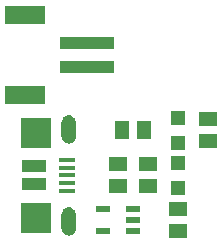
<source format=gbr>
G04 EAGLE Gerber X2 export*
%TF.Part,Single*%
%TF.FileFunction,Paste,Bot*%
%TF.FilePolarity,Positive*%
%TF.GenerationSoftware,Autodesk,EAGLE,8.6.0*%
%TF.CreationDate,2018-01-31T11:55:17Z*%
G75*
%MOMM*%
%FSLAX34Y34*%
%LPD*%
%AMOC8*
5,1,8,0,0,1.08239X$1,22.5*%
G01*
%ADD10R,1.200000X0.550000*%
%ADD11R,1.200000X1.200000*%
%ADD12R,1.300000X1.500000*%
%ADD13R,1.500000X1.300000*%
%ADD14R,4.600000X1.000000*%
%ADD15R,3.400000X1.600000*%
%ADD16R,1.350000X0.400000*%
%ADD17R,2.000000X1.000000*%
%ADD18R,2.500000X2.500000*%

G36*
X73707Y420731D02*
X73707Y420731D01*
X73752Y420746D01*
X73827Y420761D01*
X74892Y421135D01*
X74934Y421159D01*
X75004Y421188D01*
X75975Y421762D01*
X76012Y421794D01*
X76076Y421836D01*
X76916Y422589D01*
X76946Y422627D01*
X77000Y422680D01*
X77677Y423583D01*
X77699Y423626D01*
X77742Y423689D01*
X78230Y424706D01*
X78243Y424753D01*
X78272Y424823D01*
X78553Y425916D01*
X78556Y425964D01*
X78572Y426039D01*
X78633Y427165D01*
X78631Y427181D01*
X78634Y427200D01*
X78634Y438200D01*
X78631Y438219D01*
X78633Y438244D01*
X78544Y439529D01*
X78532Y439578D01*
X78519Y439669D01*
X78146Y440903D01*
X78123Y440948D01*
X78090Y441033D01*
X77453Y442153D01*
X77420Y442192D01*
X77369Y442268D01*
X76498Y443218D01*
X76458Y443249D01*
X76449Y443258D01*
X76439Y443269D01*
X76435Y443271D01*
X76391Y443312D01*
X75331Y444044D01*
X75285Y444065D01*
X75205Y444111D01*
X74009Y444589D01*
X73959Y444599D01*
X73872Y444627D01*
X72598Y444827D01*
X72410Y444828D01*
X71294Y444669D01*
X71248Y444654D01*
X71173Y444639D01*
X70108Y444265D01*
X70066Y444241D01*
X69996Y444212D01*
X69025Y443638D01*
X68988Y443606D01*
X68924Y443564D01*
X68084Y442811D01*
X68055Y442774D01*
X68000Y442720D01*
X67323Y441817D01*
X67301Y441774D01*
X67258Y441711D01*
X66770Y440694D01*
X66757Y440647D01*
X66728Y440577D01*
X66447Y439484D01*
X66444Y439436D01*
X66428Y439361D01*
X66367Y438235D01*
X66369Y438219D01*
X66366Y438200D01*
X66366Y427200D01*
X66369Y427185D01*
X66367Y427165D01*
X66428Y426039D01*
X66440Y425992D01*
X66447Y425916D01*
X66728Y424823D01*
X66748Y424779D01*
X66770Y424706D01*
X67258Y423689D01*
X67287Y423650D01*
X67323Y423583D01*
X68000Y422680D01*
X68035Y422647D01*
X68084Y422589D01*
X68924Y421836D01*
X68965Y421810D01*
X69025Y421762D01*
X69996Y421188D01*
X70041Y421171D01*
X70108Y421135D01*
X71173Y420761D01*
X71220Y420753D01*
X71294Y420731D01*
X72410Y420572D01*
X72438Y420573D01*
X72590Y420572D01*
X73707Y420731D01*
G37*
G36*
X73707Y342731D02*
X73707Y342731D01*
X73752Y342746D01*
X73827Y342761D01*
X74892Y343135D01*
X74934Y343159D01*
X75004Y343188D01*
X75975Y343762D01*
X76012Y343794D01*
X76076Y343836D01*
X76916Y344589D01*
X76946Y344627D01*
X77000Y344680D01*
X77677Y345583D01*
X77699Y345626D01*
X77742Y345689D01*
X78230Y346706D01*
X78243Y346753D01*
X78272Y346823D01*
X78553Y347916D01*
X78556Y347964D01*
X78572Y348039D01*
X78633Y349165D01*
X78631Y349181D01*
X78634Y349200D01*
X78634Y360200D01*
X78631Y360219D01*
X78633Y360244D01*
X78544Y361529D01*
X78532Y361578D01*
X78519Y361669D01*
X78146Y362903D01*
X78123Y362948D01*
X78090Y363033D01*
X77453Y364153D01*
X77420Y364192D01*
X77369Y364268D01*
X76498Y365218D01*
X76458Y365249D01*
X76449Y365258D01*
X76439Y365269D01*
X76435Y365270D01*
X76391Y365312D01*
X75331Y366044D01*
X75285Y366065D01*
X75205Y366111D01*
X74009Y366589D01*
X73959Y366599D01*
X73872Y366627D01*
X72598Y366827D01*
X72410Y366828D01*
X71294Y366669D01*
X71248Y366654D01*
X71173Y366639D01*
X70108Y366265D01*
X70066Y366241D01*
X69996Y366212D01*
X69025Y365638D01*
X68988Y365606D01*
X68924Y365564D01*
X68084Y364811D01*
X68055Y364774D01*
X68000Y364720D01*
X67323Y363817D01*
X67301Y363774D01*
X67258Y363711D01*
X66770Y362694D01*
X66757Y362647D01*
X66728Y362577D01*
X66447Y361484D01*
X66444Y361436D01*
X66428Y361361D01*
X66367Y360235D01*
X66369Y360219D01*
X66366Y360200D01*
X66366Y349200D01*
X66369Y349185D01*
X66367Y349165D01*
X66428Y348039D01*
X66440Y347992D01*
X66447Y347916D01*
X66728Y346823D01*
X66748Y346779D01*
X66770Y346706D01*
X67258Y345689D01*
X67287Y345650D01*
X67323Y345583D01*
X68000Y344680D01*
X68035Y344647D01*
X68084Y344589D01*
X68924Y343836D01*
X68965Y343810D01*
X69025Y343762D01*
X69996Y343188D01*
X70041Y343171D01*
X70108Y343135D01*
X71173Y342761D01*
X71220Y342753D01*
X71294Y342731D01*
X72410Y342572D01*
X72438Y342573D01*
X72590Y342572D01*
X73707Y342731D01*
G37*
D10*
X127301Y365100D03*
X127301Y355600D03*
X127301Y346100D03*
X101299Y346100D03*
X101299Y365100D03*
D11*
X165100Y421300D03*
X165100Y442300D03*
X165100Y383200D03*
X165100Y404200D03*
D12*
X136500Y431800D03*
X117500Y431800D03*
D13*
X139700Y403200D03*
X139700Y384200D03*
D14*
X87800Y505300D03*
X87800Y485300D03*
D15*
X35800Y529300D03*
X35800Y461300D03*
D13*
X190500Y441300D03*
X190500Y422300D03*
X165100Y346100D03*
X165100Y365100D03*
X114300Y403200D03*
X114300Y384200D03*
D16*
X71250Y380700D03*
X71250Y387200D03*
X71250Y393700D03*
X71250Y400200D03*
X71250Y406700D03*
D17*
X43500Y386200D03*
X43500Y401200D03*
D18*
X44500Y357700D03*
X44500Y429700D03*
M02*

</source>
